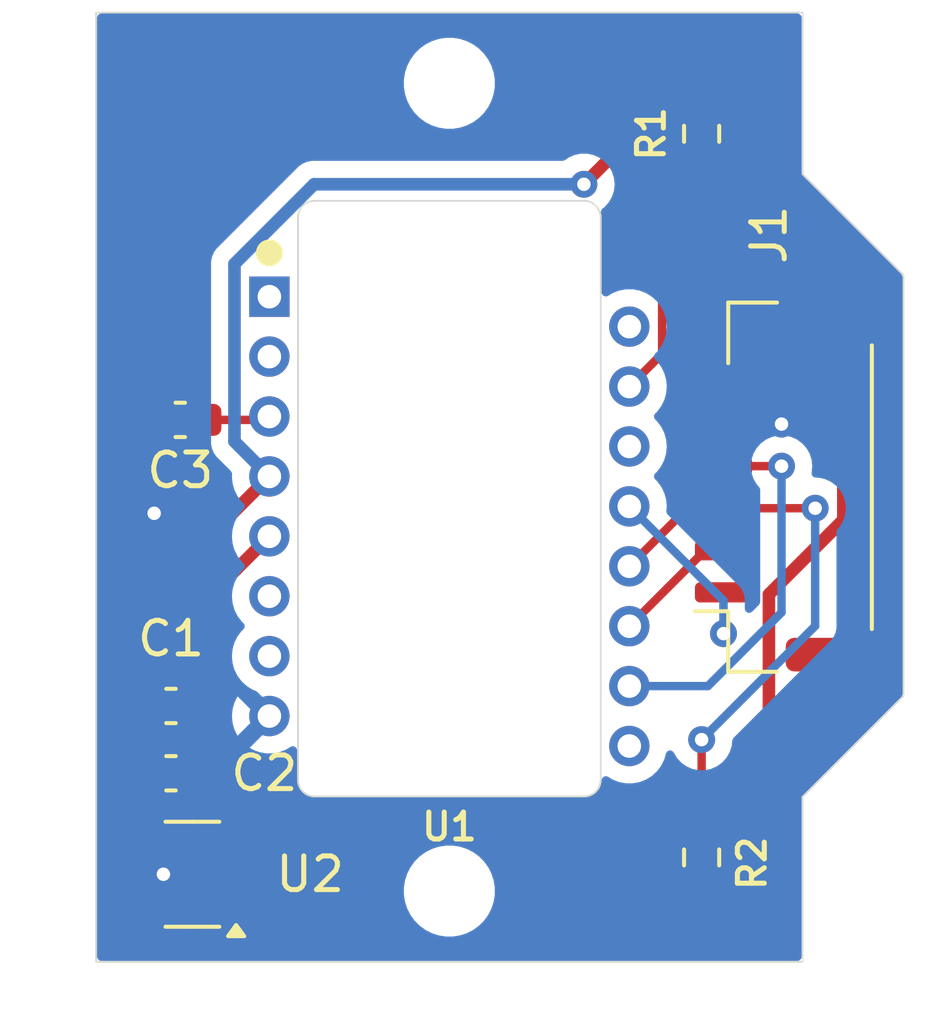
<source format=kicad_pcb>
(kicad_pcb (version 20240108) (generator "pcbnew") (generator_version "8.0")
  (layers (0 "F.Cu" signal) (31 "B.Cu" signal) (34 "B.Paste" user) (35 "F.Paste" user) (36 "B.SilkS" user "B.Silkscreen") (37 "F.SilkS" user "F.Silkscreen") (38 "B.Mask" user) (39 "F.Mask" user) (44 "Edge.Cuts" user))
  (net 0 "")
  (net 1 "Net-(U1-VDDPIX)")
  (net 2 "Net-(U1-LED_P)")
  (net 7 "+3V3")
  (net 8 "GND")
  (net 9 "+1V8")
  (net 12 "SCLK")
  (net 13 "MOSI")
  (net 14 "MISO")
  (net 15 "NCS")
  (footprint "Connector_JST:JST_GH_SM06B-GHS-TB_1x06-1MP_P1.25mm_Horizontal" (layer "F.Cu") (at 159 105.91 90)
    (property "Reference" "J1" (at 7.5 -0.5 90) (layer "F.SilkS"))
    (property "Value" "Conn_01x06")
    (fp_line (start 5.485 -1.71) (end 3.685 -1.71) (stroke (width 0.12)) (layer "F.SilkS"))
    (fp_line (start -3.685 -1.71) (end -3.685 -2.7) (stroke (width 0.12)) (layer "F.SilkS"))
    (fp_line (start -5.485 -1.71) (end -3.685 -1.71) (stroke (width 0.12)) (layer "F.SilkS"))
    (fp_line (start 5.485 -0.26) (end 5.485 -1.71) (stroke (width 0.12)) (layer "F.SilkS"))
    (fp_line (start -5.485 -0.26) (end -5.485 -1.71) (stroke (width 0.12)) (layer "F.SilkS"))
    (fp_line (start -4.215 2.56) (end 4.215 2.56) (stroke (width 0.12)) (layer "F.SilkS"))
    (pad "1" smd roundrect (at -3.125 -1.85 90) (size 0.6 1.7) (layers "F.Cu" "F.Paste" "F.Mask") (net 15 "NCS"))
    (pad "2" smd roundrect (at -1.875 -1.85 90) (size 0.6 1.7) (layers "F.Cu" "F.Paste" "F.Mask") (net 13 "MOSI"))
    (pad "3" smd roundrect (at -0.625 -1.85 90) (size 0.6 1.7) (layers "F.Cu" "F.Paste" "F.Mask") (net 14 "MISO"))
    (pad "4" smd roundrect (at 0.625 -1.85 90) (size 0.6 1.7) (layers "F.Cu" "F.Paste" "F.Mask") (net 12 "SCLK"))
    (pad "5" smd roundrect (at 1.875 -1.85 90) (size 0.6 1.7) (layers "F.Cu" "F.Paste" "F.Mask") (net 8 "GND"))
    (pad "6" smd roundrect (at 3.125 -1.85 90) (size 0.6 1.7) (layers "F.Cu" "F.Paste" "F.Mask") (net 7 "+3V3"))
    (pad "MP" smd roundrect (at -4.975 1.35 90) (size 1 2.7) (layers "F.Cu" "F.Paste" "F.Mask"))
    (pad "MP" smd roundrect (at 4.975 1.35 90) (size 1 2.7) (layers "F.Cu" "F.Paste" "F.Mask"))
  )
  (footprint "Resistor_SMD:R_0603_1608Metric" (layer "F.Cu") (at 156.5 116.91 -90)
    (property "Reference" "R2" (at 0.175 -1.5 90) (layer "F.SilkS") (effects (font (size 0.8 0.8))))
    (property "Value" "10k")
    (fp_line (start -0.237258 0.5225) (end 0.237258 0.5225) (stroke (width 0.12)) (layer "F.SilkS"))
    (fp_line (start -0.237258 -0.5225) (end 0.237258 -0.5225) (stroke (width 0.12)) (layer "F.SilkS"))
    (pad "1" smd roundrect (at -0.825 0 270) (size 0.8 0.95) (layers "F.Cu" "F.Paste" "F.Mask") (net 14 "MISO"))
    (pad "2" smd roundrect (at 0.825 0 270) (size 0.8 0.95) (layers "F.Cu" "F.Paste" "F.Mask") (net 7 "+3V3"))
  )
  (footprint "MountingHole:MountingHole_2.2mm_M2" (layer "F.Cu") (at 149 117.82)
    (property "Reference" "REF**" (hide yes))
    (property "Value" "MountingHole_2.2mm_M2")
    (pad "" np_thru_hole circle (at 0 0.09) (size 2.2 2.2) (drill 2.2) (layers "F&B.Cu" "*.Mask"))
  )
  (footprint "PMW3360:PMW3360" (layer "F.Cu") (at 143.65 100.25)
    (property "Reference" "U1" (at 5.35 15.75 0) (layer "F.SilkS") (effects (font (size 0.8 0.8))))
    (property "Value" "PMW3360")
    (fp_circle (center 0 -1.3) (end 0.2 -1.3) (stroke (width 0.4)) (fill none) (layer "F.SilkS"))
    (pad "1" thru_hole rect (at 0 0) (size 1.2 1.2) (drill 0.7) (layers "*.Cu" "*.Mask"))
    (pad "2" thru_hole circle (at 0 1.78) (size 1.2 1.2) (drill 0.7) (layers "*.Cu" "*.Mask"))
    (pad "3" thru_hole circle (at 0 3.56) (size 1.2 1.2) (drill 0.7) (layers "*.Cu" "*.Mask") (net 1 "Net-(U1-VDDPIX)"))
    (pad "4" thru_hole circle (at 0 5.34) (size 1.2 1.2) (drill 0.7) (layers "*.Cu" "*.Mask") (net 9 "+1V8"))
    (pad "5" thru_hole circle (at 0 7.12) (size 1.2 1.2) (drill 0.7) (layers "*.Cu" "*.Mask") (net 7 "+3V3"))
    (pad "6" thru_hole circle (at 0 8.9) (size 1.2 1.2) (drill 0.7) (layers "*.Cu" "*.Mask"))
    (pad "7" thru_hole circle (at 0 10.68) (size 1.2 1.2) (drill 0.7) (layers "*.Cu" "*.Mask"))
    (pad "8" thru_hole circle (at 0 12.46) (size 1.2 1.2) (drill 0.7) (layers "*.Cu" "*.Mask") (net 8 "GND"))
    (pad "9" thru_hole circle (at 10.7 13.35) (size 1.2 1.2) (drill 0.7) (layers "*.Cu" "*.Mask"))
    (pad "10" thru_hole circle (at 10.7 11.57) (size 1.2 1.2) (drill 0.7) (layers "*.Cu" "*.Mask") (net 12 "SCLK"))
    (pad "11" thru_hole circle (at 10.7 9.79) (size 1.2 1.2) (drill 0.7) (layers "*.Cu" "*.Mask") (net 13 "MOSI"))
    (pad "12" thru_hole circle (at 10.7 8.01) (size 1.2 1.2) (drill 0.7) (layers "*.Cu" "*.Mask") (net 14 "MISO"))
    (pad "13" thru_hole circle (at 10.7 6.23) (size 1.2 1.2) (drill 0.7) (layers "*.Cu" "*.Mask") (net 15 "NCS"))
    (pad "14" thru_hole circle (at 10.7 4.45) (size 1.2 1.2) (drill 0.7) (layers "*.Cu" "*.Mask"))
    (pad "15" thru_hole circle (at 10.7 2.67) (size 1.2 1.2) (drill 0.7) (layers "*.Cu" "*.Mask") (net 2 "Net-(U1-LED_P)"))
    (pad "16" thru_hole circle (at 10.7 0.89) (size 1.2 1.2) (drill 0.7) (layers "*.Cu" "*.Mask"))
  )
  (footprint "MountingHole:MountingHole_2.2mm_M2" (layer "F.Cu") (at 149 93.91)
    (property "Reference" "REF**" (hide yes))
    (property "Value" "MountingHole_2.2mm_M2")
    (pad "" np_thru_hole circle (at 0 0) (size 2.2 2.2) (drill 2.2) (layers "*.Cu" "*.Mask"))
  )
  (footprint "Resistor_SMD:R_0603_1608Metric" (layer "F.Cu") (at 156.5 95.41 -90)
    (property "Reference" "R1" (at 0 1.5 90) (layer "F.SilkS") (effects (font (size 0.8 0.8))))
    (property "Value" "39")
    (fp_line (start -0.237258 0.5225) (end 0.237258 0.5225) (stroke (width 0.12)) (layer "F.SilkS"))
    (fp_line (start -0.237258 -0.5225) (end 0.237258 -0.5225) (stroke (width 0.12)) (layer "F.SilkS"))
    (pad "1" smd roundrect (at -0.825 0 270) (size 0.8 0.95) (layers "F.Cu" "F.Paste" "F.Mask") (net 9 "+1V8"))
    (pad "2" smd roundrect (at 0.825 0 270) (size 0.8 0.95) (layers "F.Cu" "F.Paste" "F.Mask") (net 2 "Net-(U1-LED_P)"))
  )
  (footprint "Capacitor_SMD:C_0603_1608Metric" (layer "F.Cu") (at 140.725 114.41)
    (property "Reference" "C2" (at 2.775 0 0) (layer "F.SilkS"))
    (property "Value" "1u")
    (fp_line (start -0.14058 -0.51) (end 0.14058 -0.51) (stroke (width 0.12)) (layer "F.SilkS"))
    (fp_line (start -0.14058 0.51) (end 0.14058 0.51) (stroke (width 0.12)) (layer "F.SilkS"))
    (pad "1" smd roundrect (at -0.775 0) (size 0.9 0.95) (layers "F.Cu" "F.Paste" "F.Mask") (net 9 "+1V8"))
    (pad "2" smd roundrect (at 0.775 0) (size 0.9 0.95) (layers "F.Cu" "F.Paste" "F.Mask") (net 8 "GND"))
  )
  (footprint "Capacitor_SMD:C_0603_1608Metric" (layer "F.Cu") (at 140.725 112.41)
    (property "Reference" "C1" (at 0 -2 0) (layer "F.SilkS"))
    (property "Value" "0.1u")
    (fp_line (start -0.14058 -0.51) (end 0.14058 -0.51) (stroke (width 0.12)) (layer "F.SilkS"))
    (fp_line (start -0.14058 0.51) (end 0.14058 0.51) (stroke (width 0.12)) (layer "F.SilkS"))
    (pad "1" smd roundrect (at -0.775 0) (size 0.9 0.95) (layers "F.Cu" "F.Paste" "F.Mask") (net 8 "GND"))
    (pad "2" smd roundrect (at 0.775 0) (size 0.9 0.95) (layers "F.Cu" "F.Paste" "F.Mask") (net 7 "+3V3"))
  )
  (footprint "Package_TO_SOT_SMD:SOT-23-5" (layer "F.Cu") (at 141.3625 117.41 180)
    (property "Reference" "U2" (at -3.5 0 0) (layer "F.SilkS"))
    (property "Value" "TLV70018DDCR")
    (fp_line (start 0 1.56) (end 0.8 1.56) (stroke (width 0.12)) (layer "F.SilkS"))
    (fp_line (start 0 1.56) (end -0.8 1.56) (stroke (width 0.12)) (layer "F.SilkS"))
    (fp_line (start 0 -1.56) (end 0.8 -1.56) (stroke (width 0.12)) (layer "F.SilkS"))
    (fp_line (start 0 -1.56) (end -0.8 -1.56) (stroke (width 0.12)) (layer "F.SilkS"))
    (fp_poly (pts (xy -1.3 -1.51) (xy -1.54 -1.84) (xy -1.06 -1.84) (xy -1.3 -1.51)) (stroke (width 0.12)) (fill solid) (layer "F.SilkS"))
    (pad "1" smd roundrect (at -1.1375 -0.95 180) (size 1.325 0.6) (layers "F.Cu" "F.Paste" "F.Mask") (net 7 "+3V3"))
    (pad "2" smd roundrect (at -1.1375 0 180) (size 1.325 0.6) (layers "F.Cu" "F.Paste" "F.Mask") (net 8 "GND"))
    (pad "3" smd roundrect (at -1.1375 0.95 180) (size 1.325 0.6) (layers "F.Cu" "F.Paste" "F.Mask") (net 7 "+3V3"))
    (pad "4" smd roundrect (at 1.1375 0.95 180) (size 1.325 0.6) (layers "F.Cu" "F.Paste" "F.Mask"))
    (pad "5" smd roundrect (at 1.1375 -0.95 180) (size 1.325 0.6) (layers "F.Cu" "F.Paste" "F.Mask") (net 9 "+1V8"))
  )
  (footprint "Capacitor_SMD:C_0603_1608Metric" (layer "F.Cu") (at 141 103.91 180)
    (property "Reference" "C3" (at 0 -1.5 0) (layer "F.SilkS"))
    (property "Value" "4.7u")
    (fp_line (start -0.14058 0.51) (end 0.14058 0.51) (stroke (width 0.12)) (layer "F.SilkS"))
    (fp_line (start -0.14058 -0.51) (end 0.14058 -0.51) (stroke (width 0.12)) (layer "F.SilkS"))
    (pad "1" smd roundrect (at -0.775 0 180) (size 0.9 0.95) (layers "F.Cu" "F.Paste" "F.Mask") (net 1 "Net-(U1-VDDPIX)"))
    (pad "2" smd roundrect (at 0.775 0 180) (size 0.9 0.95) (layers "F.Cu" "F.Paste" "F.Mask") (net 8 "GND"))
  )
  (gr_line (start 153.5 97.9) (end 153.5 114.6) (stroke (width 0.05)) (layer "Edge.Cuts"))
  (gr_line (start 153 115.1) (end 145 115.1) (stroke (width 0.05)) (layer "Edge.Cuts"))
  (gr_arc (start 145 115.1) (mid 144.646447 114.953553) (end 144.5 114.6) (stroke (width 0.05)) (layer "Edge.Cuts"))
  (gr_line (start 145 97.4) (end 153 97.4) (stroke (width 0.05)) (layer "Edge.Cuts"))
  (gr_line (start 144.5 114.6) (end 144.5 97.9) (stroke (width 0.05)) (layer "Edge.Cuts"))
  (gr_arc (start 153 97.4) (mid 153.353553 97.546447) (end 153.5 97.9) (stroke (width 0.05)) (layer "Edge.Cuts"))
  (gr_arc (start 153.5 114.6) (mid 153.353553 114.953553) (end 153 115.1) (stroke (width 0.05)) (layer "Edge.Cuts"))
  (gr_arc (start 144.5 97.9) (mid 144.646447 97.546447) (end 145 97.4) (stroke (width 0.05)) (layer "Edge.Cuts"))
  (gr_poly (pts (xy 159.5 91.81) (xy 138.5 91.81) (xy 138.5 120.01) (xy 159.5 120.01) (xy 159.5 115.11) (xy 162.5 112.11) (xy 162.5 99.61) (xy 159.5 96.61)) (stroke (width 0.05)) (fill none) (layer "Edge.Cuts"))
  (segment (start 141.775 103.91) (end 143.55 103.91) (width 0.25) (layer "F.Cu") (net 1))
  (segment (start 143.55 103.91) (end 143.65 103.81) (width 0.25) (layer "F.Cu") (net 1))
  (segment (start 143.55 103.91) (end 143.65 103.81) (width 0.25) (layer "B.Cu") (net 1))
  (segment (start 155.325 101.945) (end 155.325 97.585) (width 0.25) (layer "F.Cu") (net 2))
  (segment (start 154.35 102.92) (end 155.325 101.945) (width 0.25) (layer "F.Cu") (net 2))
  (segment (start 156.5 96.41) (end 156.5 96.235) (width 0.25) (layer "F.Cu") (net 2))
  (segment (start 155.325 97.585) (end 156.5 96.41) (width 0.25) (layer "F.Cu") (net 2))
  (segment (start 145.95 116.46) (end 147 115.41) (width 0.375) (layer "F.Cu") (net 7))
  (segment (start 144.734404 116.46) (end 144.5 116.46) (width 0.375) (layer "F.Cu") (net 7))
  (segment (start 160.7125 106.881904) (end 160.7125 104.6225) (width 0.375) (layer "F.Cu") (net 7))
  (segment (start 145.3375 117.756904) (end 145.3375 117.063096) (width 0.375) (layer "F.Cu") (net 7))
  (segment (start 141.5 109.52) (end 143.65 107.37) (width 0.375) (layer "F.Cu") (net 7))
  (segment (start 147 115.41) (end 153 115.41) (width 0.375) (layer "F.Cu") (net 7))
  (segment (start 158.5 115.735) (end 158.5 109.094404) (width 0.375) (layer "F.Cu") (net 7))
  (segment (start 155.325 117.735) (end 156.5 117.735) (width 0.375) (layer "F.Cu") (net 7))
  (segment (start 153 115.41) (end 155.325 117.735) (width 0.375) (layer "F.Cu") (net 7))
  (segment (start 144.5 116.46) (end 142.5 116.46) (width 0.375) (layer "F.Cu") (net 7))
  (segment (start 145.3375 117.063096) (end 144.734404 116.46) (width 0.375) (layer "F.Cu") (net 7))
  (segment (start 144.734404 118.36) (end 145.3375 117.756904) (width 0.375) (layer "F.Cu") (net 7))
  (segment (start 141.5 112.41) (end 141.5 109.52) (width 0.375) (layer "F.Cu") (net 7))
  (segment (start 160.7125 104.6225) (end 158.875 102.785) (width 0.375) (layer "F.Cu") (net 7))
  (segment (start 144.5 116.46) (end 145.95 116.46) (width 0.375) (layer "F.Cu") (net 7))
  (segment (start 158.875 102.785) (end 157.15 102.785) (width 0.375) (layer "F.Cu") (net 7))
  (segment (start 142.5 118.36) (end 144.734404 118.36) (width 0.375) (layer "F.Cu") (net 7))
  (segment (start 156.5 117.735) (end 158.5 115.735) (width 0.375) (layer "F.Cu") (net 7))
  (segment (start 142.5 116.46) (end 142.5 113.41) (width 0.375) (layer "F.Cu") (net 7))
  (segment (start 158.5 109.094404) (end 160.7125 106.881904) (width 0.375) (layer "F.Cu") (net 7))
  (segment (start 142.5 113.41) (end 141.5 112.41) (width 0.375) (layer "F.Cu") (net 7))
  (segment (start 143.385 107.635) (end 143.65 107.37) (width 0.375) (layer "B.Cu") (net 7))
  (segment (start 157.15 104.035) (end 158.875 104.035) (width 0.375) (layer "F.Cu") (net 8))
  (segment (start 141.4 114.51) (end 141.5 114.41) (width 0.375) (layer "F.Cu") (net 8))
  (segment (start 143.5 112.86) (end 143.65 112.71) (width 0.375) (layer "F.Cu") (net 8))
  (segment (start 141.5 114.41) (end 141.5 113.96) (width 0.375) (layer "F.Cu") (net 8))
  (segment (start 142.5 117.41) (end 140.5 117.41) (width 0.375) (layer "F.Cu") (net 8))
  (segment (start 141.4 116.972499) (end 141.4 114.51) (width 0.375) (layer "F.Cu") (net 8))
  (segment (start 140.225 103.91) (end 140.225 106.685306) (width 0.375) (layer "F.Cu") (net 8))
  (segment (start 142.5 117.41) (end 141.837501 117.41) (width 0.375) (layer "F.Cu") (net 8))
  (segment (start 141.5 113.96) (end 139.95 112.41) (width 0.375) (layer "F.Cu") (net 8))
  (segment (start 141.837501 117.41) (end 141.4 116.972499) (width 0.375) (layer "F.Cu") (net 8))
  (via (at 158.875 104.035) (size 0.8) (drill 0.4) (layers "F.Cu" "B.Cu") (net 8))
  (via (at 140.225 106.685306) (size 0.8) (drill 0.4) (layers "F.Cu" "B.Cu") (net 8))
  (via (at 140.5 117.41) (size 0.8) (drill 0.4) (layers "F.Cu" "B.Cu") (net 8))
  (segment (start 139.95 114.41) (end 139.0625 113.5225) (width 0.375) (layer "F.Cu") (net 9))
  (segment (start 139.125 117.26) (end 139.125 115.235) (width 0.375) (layer "F.Cu") (net 9))
  (segment (start 139.125 115.235) (end 139.95 114.41) (width 0.375) (layer "F.Cu") (net 9))
  (segment (start 140.225 118.36) (end 139.125 117.26) (width 0.375) (layer "F.Cu") (net 9))
  (segment (start 139.0625 110.1775) (end 143.65 105.59) (width 0.375) (layer "F.Cu") (net 9))
  (segment (start 139.0625 113.5225) (end 139.0625 110.1775) (width 0.375) (layer "F.Cu") (net 9))
  (segment (start 155.325 94.585) (end 156.5 94.585) (width 0.375) (layer "F.Cu") (net 9))
  (segment (start 153 96.91) (end 155.325 94.585) (width 0.375) (layer "F.Cu") (net 9))
  (via (at 153 96.91) (size 0.8) (drill 0.4) (layers "F.Cu" "B.Cu") (net 9))
  (segment (start 142.6125 104.5525) (end 143.65 105.59) (width 0.375) (layer "B.Cu") (net 9))
  (segment (start 143.555 105.685) (end 143.65 105.59) (width 0.375) (layer "B.Cu") (net 9))
  (segment (start 153 96.91) (end 144.978326 96.91) (width 0.375) (layer "B.Cu") (net 9))
  (segment (start 144.978326 96.91) (end 142.6125 99.275826) (width 0.375) (layer "B.Cu") (net 9))
  (segment (start 142.6125 99.275826) (end 142.6125 104.5525) (width 0.375) (layer "B.Cu") (net 9))
  (segment (start 157.15 105.285) (end 158.875 105.285) (width 0.25) (layer "F.Cu") (net 12))
  (via (at 158.875 105.285) (size 0.8) (drill 0.4) (layers "F.Cu" "B.Cu") (net 12))
  (segment (start 158.875 105.285) (end 158.875 109.631016) (width 0.25) (layer "B.Cu") (net 12))
  (segment (start 158.875 109.631016) (end 156.686016 111.82) (width 0.25) (layer "B.Cu") (net 12))
  (segment (start 156.686016 111.82) (end 154.35 111.82) (width 0.25) (layer "B.Cu") (net 12))
  (segment (start 157.15 107.785) (end 156.605 107.785) (width 0.25) (layer "F.Cu") (net 13))
  (segment (start 156.605 107.785) (end 154.35 110.04) (width 0.25) (layer "F.Cu") (net 13))
  (segment (start 154.35 109.96919) (end 154.35 110.04) (width 0.25) (layer "F.Cu") (net 13))
  (segment (start 157.15 106.535) (end 159.875 106.535) (width 0.25) (layer "F.Cu") (net 14))
  (segment (start 157.15 106.535) (end 156.075 106.535) (width 0.25) (layer "F.Cu") (net 14))
  (segment (start 156.5 116.085) (end 156.5 113.41) (width 0.25) (layer "F.Cu") (net 14))
  (segment (start 156.075 106.535) (end 154.35 108.26) (width 0.25) (layer "F.Cu") (net 14))
  (via (at 156.5 113.41) (size 0.8) (drill 0.4) (layers "F.Cu" "B.Cu") (net 14))
  (via (at 159.875 106.535) (size 0.8) (drill 0.4) (layers "F.Cu" "B.Cu") (net 14))
  (segment (start 156.5 113.41) (end 159.875 110.035) (width 0.25) (layer "B.Cu") (net 14))
  (segment (start 159.875 110.035) (end 159.875 106.535) (width 0.25) (layer "B.Cu") (net 14))
  (segment (start 154.475 108.135) (end 154.35 108.26) (width 0.25) (layer "B.Cu") (net 14))
  (segment (start 157.15 109.035) (end 157.15 110.26) (width 0.25) (layer "F.Cu") (net 15))
  (via (at 157.15 110.26) (size 0.8) (drill 0.4) (layers "F.Cu" "B.Cu") (net 15))
  (segment (start 157.15 109.28) (end 154.35 106.48) (width 0.25) (layer "B.Cu") (net 15))
  (segment (start 157.15 110.26) (end 157.15 109.28) (width 0.25) (layer "B.Cu") (net 15))
  (zone (net 8) (net_name "GND") (layer "B.Cu") (connect_pads (clearance 0.508)) (min_thickness 0.254) (fill yes (thermal_gap 0.508) (thermal_bridge_width 0.508))
    (polygon (pts (xy 162.5 120.01) (xy 138.5 120.01) (xy 138.5 91.81) (xy 162.5 91.81)))
  )
)
</source>
